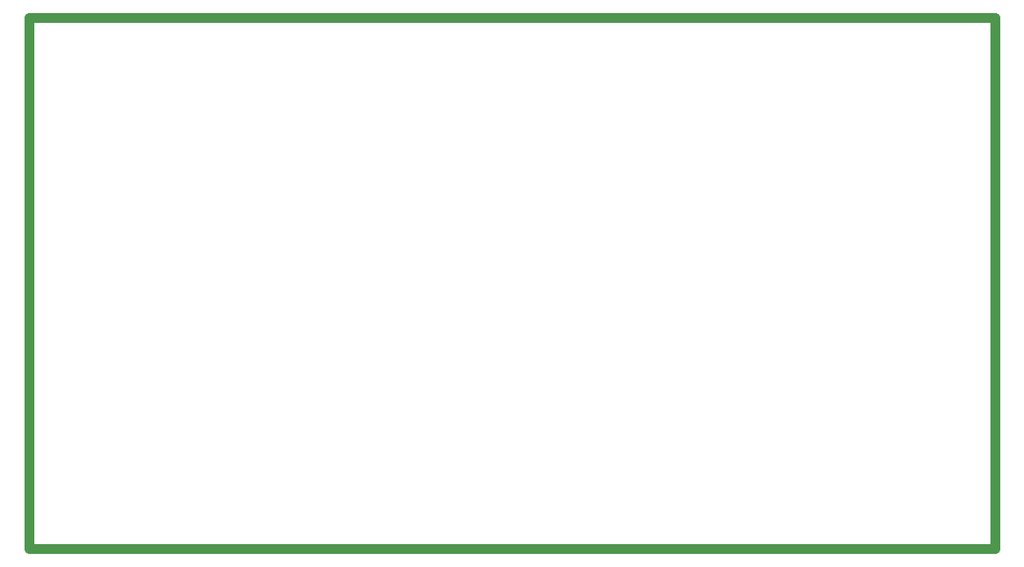
<source format=gko>
G04*
G04 #@! TF.GenerationSoftware,Altium Limited,Altium Designer,21.2.2 (38)*
G04*
G04 Layer_Color=16711935*
%FSLAX25Y25*%
%MOIN*%
G70*
G04*
G04 #@! TF.SameCoordinates,8CE579DD-E24D-4BF9-88A6-D400C93C7681*
G04*
G04*
G04 #@! TF.FilePolarity,Positive*
G04*
G01*
G75*
%ADD130C,0.03937*%
D130*
Y216535D01*
X393701D01*
Y0D02*
Y216535D01*
X0Y0D02*
X393701D01*
M02*

</source>
